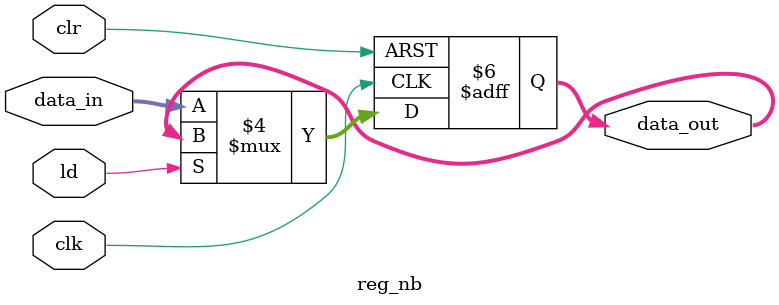
<source format=sv>
`timescale 1ns / 1ps
`default_nettype wire


module reg_nb #(parameter n=8) (
    input [n-1:0] data_in,
    input clk, 
	input clr, 
	input ld, // active low
    output logic [n-1:0] data_out  
    ); 

    // change to async reset
    always_ff @(posedge clk or posedge clr) begin
        if (clr == 1'b1) begin
            data_out <= 0;
        end
        else if (ld == 1'b0) begin
            data_out <= data_in;
        end
    end 
   

endmodule


</source>
